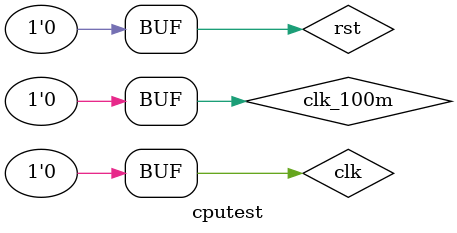
<source format=v>
`timescale 1ns / 1ps

module cputest;

	// Inputs
	reg clk;
	reg clk_100m;
	reg rst;

	// Outputs
	wire ZF;
	wire OF;
	wire [31:0] f;
	wire [31:0] M_R_Data;
	wire [31:0] PC;

	// Instantiate the Unit Under Test (UUT)
	cpu uut (
		.clk(clk), 
		.clk_100m(clk_100m), 
		.rst(rst), 
		.f(f), 
		.M_R_Data(M_R_Data), 
		.PC(PC), 
		.ZF(ZF), 
		.OF(OF)
	);
	always
	begin
		#1;
		clk_100m=1;
		#1;
		clk_100m=0;
	end
	
	always
	begin
		#10;
		clk=1;
		#10;
		clk=0;
	end
	
	initial begin
		// Initialize Inputs	
		rst = 1;		
		#10;
		rst = 0;
		
	end
      
endmodule




</source>
